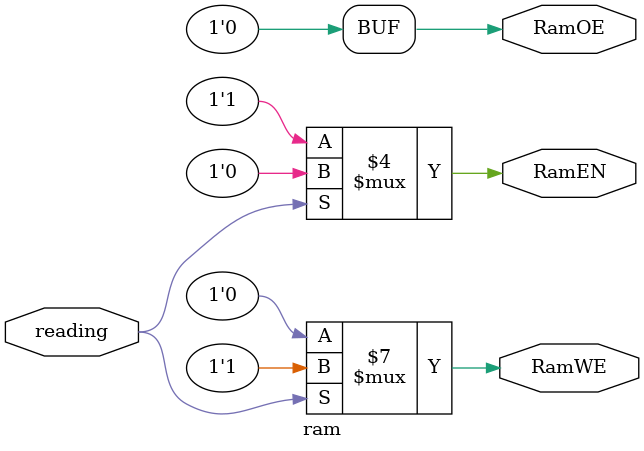
<source format=v>
`timescale 1ns / 1ps
module ram(
	 input reading,
	 output reg RamOE,
	 output reg RamWE,
	 output reg RamEN
		
    );
	 
	 always @(*) begin
		if (reading==1'b1) begin
			RamOE = 1'b0;
			RamWE = 1'b1;
			RamEN = 1'b0;
		end else begin
			RamOE = 1'b0;
			RamWE = 1'b0;
			RamEN = 1'b1;
		end
	 end


endmodule

</source>
